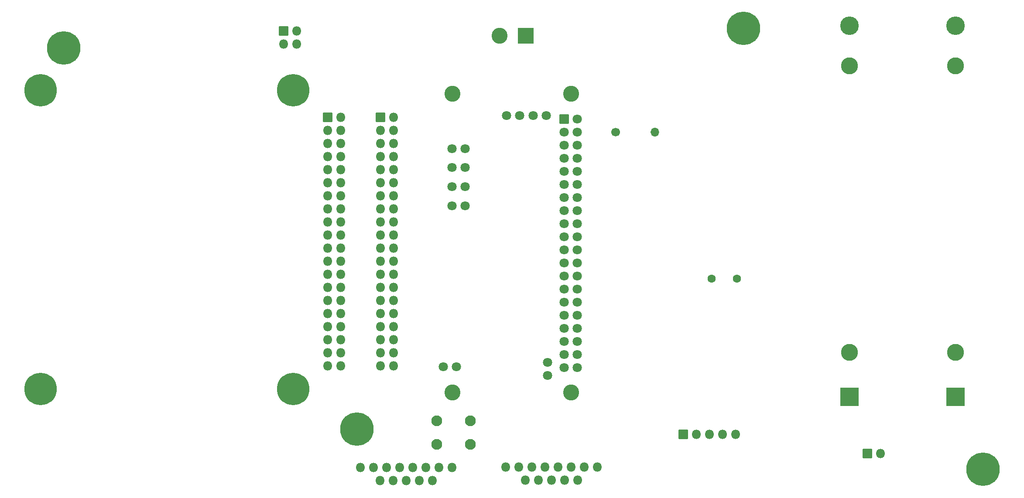
<source format=gbr>
%TF.GenerationSoftware,KiCad,Pcbnew,(7.0.0)*%
%TF.CreationDate,2023-03-30T12:23:11-04:00*%
%TF.ProjectId,headunit_pi4,68656164-756e-4697-945f-7069342e6b69,rev?*%
%TF.SameCoordinates,Original*%
%TF.FileFunction,Soldermask,Bot*%
%TF.FilePolarity,Negative*%
%FSLAX46Y46*%
G04 Gerber Fmt 4.6, Leading zero omitted, Abs format (unit mm)*
G04 Created by KiCad (PCBNEW (7.0.0)) date 2023-03-30 12:23:11*
%MOMM*%
%LPD*%
G01*
G04 APERTURE LIST*
G04 Aperture macros list*
%AMRoundRect*
0 Rectangle with rounded corners*
0 $1 Rounding radius*
0 $2 $3 $4 $5 $6 $7 $8 $9 X,Y pos of 4 corners*
0 Add a 4 corners polygon primitive as box body*
4,1,4,$2,$3,$4,$5,$6,$7,$8,$9,$2,$3,0*
0 Add four circle primitives for the rounded corners*
1,1,$1+$1,$2,$3*
1,1,$1+$1,$4,$5*
1,1,$1+$1,$6,$7*
1,1,$1+$1,$8,$9*
0 Add four rect primitives between the rounded corners*
20,1,$1+$1,$2,$3,$4,$5,0*
20,1,$1+$1,$4,$5,$6,$7,0*
20,1,$1+$1,$6,$7,$8,$9,0*
20,1,$1+$1,$8,$9,$2,$3,0*%
G04 Aperture macros list end*
%ADD10O,1.800000X1.800000*%
%ADD11RoundRect,0.050000X0.850000X-0.850000X0.850000X0.850000X-0.850000X0.850000X-0.850000X-0.850000X0*%
%ADD12C,0.900000*%
%ADD13C,6.500000*%
%ADD14RoundRect,0.050000X1.500000X1.500000X-1.500000X1.500000X-1.500000X-1.500000X1.500000X-1.500000X0*%
%ADD15C,3.100000*%
%ADD16RoundRect,0.050000X-0.850000X-0.850000X0.850000X-0.850000X0.850000X0.850000X-0.850000X0.850000X0*%
%ADD17C,1.700000*%
%ADD18O,1.700000X1.700000*%
%ADD19C,1.600000*%
%ADD20C,6.300000*%
%ADD21C,1.800000*%
%ADD22C,3.600000*%
%ADD23RoundRect,0.050000X1.750000X-1.750000X1.750000X1.750000X-1.750000X1.750000X-1.750000X-1.750000X0*%
%ADD24C,3.300000*%
%ADD25C,2.100000*%
G04 APERTURE END LIST*
D10*
%TO.C,J4*%
X197739999Y-154199999D03*
D11*
X195200000Y-154200000D03*
%TD*%
D12*
%TO.C,H4*%
X96200000Y-147100000D03*
X97897056Y-151197056D03*
X97897056Y-147802944D03*
X98600000Y-149500000D03*
D13*
X96200000Y-149500000D03*
D12*
X96200000Y-151900000D03*
X94502944Y-147802944D03*
X94502944Y-151197056D03*
X93800000Y-149500000D03*
%TD*%
%TO.C,H3*%
X217700000Y-154900000D03*
X219397056Y-158997056D03*
X219397056Y-155602944D03*
X220100000Y-157300000D03*
D13*
X217700000Y-157300000D03*
D12*
X217700000Y-159700000D03*
X216002944Y-155602944D03*
X216002944Y-158997056D03*
X215300000Y-157300000D03*
%TD*%
%TO.C,H2*%
X171200000Y-69300000D03*
X172897056Y-73397056D03*
X172897056Y-70002944D03*
X173600000Y-71700000D03*
D13*
X171200000Y-71700000D03*
D12*
X171200000Y-74100000D03*
X169502944Y-70002944D03*
X169502944Y-73397056D03*
X168800000Y-71700000D03*
%TD*%
%TO.C,H1*%
X39297056Y-73102944D03*
X40994112Y-77200000D03*
X40994112Y-73805888D03*
X41697056Y-75502944D03*
D13*
X39297056Y-75502944D03*
D12*
X39297056Y-77902944D03*
X37600000Y-73805888D03*
X37600000Y-77200000D03*
X36897056Y-75502944D03*
%TD*%
D11*
%TO.C,J8*%
X159500000Y-150500000D03*
D10*
X162039999Y-150499999D03*
X164579999Y-150499999D03*
X167119999Y-150499999D03*
X169659999Y-150499999D03*
%TD*%
D14*
%TO.C,J3*%
X128900000Y-73100000D03*
D15*
X123820000Y-73100000D03*
%TD*%
D16*
%TO.C,J6*%
X100750000Y-88910000D03*
D10*
X103289999Y-88909999D03*
X100749999Y-91449999D03*
X103289999Y-91449999D03*
X100749999Y-93989999D03*
X103289999Y-93989999D03*
X100749999Y-96529999D03*
X103289999Y-96529999D03*
X100749999Y-99069999D03*
X103289999Y-99069999D03*
X100749999Y-101609999D03*
X103289999Y-101609999D03*
X100749999Y-104149999D03*
X103289999Y-104149999D03*
X100749999Y-106689999D03*
X103289999Y-106689999D03*
X100749999Y-109229999D03*
X103289999Y-109229999D03*
X100749999Y-111769999D03*
X103289999Y-111769999D03*
X100749999Y-114309999D03*
X103289999Y-114309999D03*
X100749999Y-116849999D03*
X103289999Y-116849999D03*
X100749999Y-119389999D03*
X103289999Y-119389999D03*
X100749999Y-121929999D03*
X103289999Y-121929999D03*
X100749999Y-124469999D03*
X103289999Y-124469999D03*
X100749999Y-127009999D03*
X103289999Y-127009999D03*
X100749999Y-129549999D03*
X103289999Y-129549999D03*
X100749999Y-132089999D03*
X103289999Y-132089999D03*
X100749999Y-134629999D03*
X103289999Y-134629999D03*
X100749999Y-137169999D03*
X103289999Y-137169999D03*
%TD*%
D16*
%TO.C,J7*%
X90510000Y-88940000D03*
D10*
X93049999Y-88939999D03*
X90509999Y-91479999D03*
X93049999Y-91479999D03*
X90509999Y-94019999D03*
X93049999Y-94019999D03*
X90509999Y-96559999D03*
X93049999Y-96559999D03*
X90509999Y-99099999D03*
X93049999Y-99099999D03*
X90509999Y-101639999D03*
X93049999Y-101639999D03*
X90509999Y-104179999D03*
X93049999Y-104179999D03*
X90509999Y-106719999D03*
X93049999Y-106719999D03*
X90509999Y-109259999D03*
X93049999Y-109259999D03*
X90509999Y-111799999D03*
X93049999Y-111799999D03*
X90509999Y-114339999D03*
X93049999Y-114339999D03*
X90509999Y-116879999D03*
X93049999Y-116879999D03*
X90509999Y-119419999D03*
X93049999Y-119419999D03*
X90509999Y-121959999D03*
X93049999Y-121959999D03*
X90509999Y-124499999D03*
X93049999Y-124499999D03*
X90509999Y-127039999D03*
X93049999Y-127039999D03*
X90509999Y-129579999D03*
X93049999Y-129579999D03*
X90509999Y-132119999D03*
X93049999Y-132119999D03*
X90509999Y-134659999D03*
X93049999Y-134659999D03*
X90509999Y-137199999D03*
X93049999Y-137199999D03*
%TD*%
D17*
%TO.C,R1*%
X146380000Y-91800000D03*
D18*
X153999999Y-91799999D03*
%TD*%
D19*
%TO.C,Y1*%
X169930000Y-120300000D03*
X165050000Y-120300000D03*
%TD*%
D20*
%TO.C,U1*%
X83800000Y-83700000D03*
X83800000Y-141700000D03*
X34800000Y-141700000D03*
X34800000Y-83700000D03*
%TD*%
D10*
%TO.C,J1*%
X110789999Y-159439999D03*
X109519999Y-156899999D03*
X108249999Y-159439999D03*
X106979999Y-156899999D03*
X105709999Y-159439999D03*
X104439999Y-156899999D03*
X103169999Y-159439999D03*
X101899999Y-156899999D03*
X114599999Y-156899999D03*
X112059999Y-156899999D03*
X99359999Y-156899999D03*
X96819999Y-156899999D03*
X100629999Y-159439999D03*
%TD*%
D21*
%TO.C,U4*%
X112945000Y-137400000D03*
X115485000Y-137400000D03*
X130345000Y-88600000D03*
X132885000Y-88600000D03*
X127785000Y-88600000D03*
X125245000Y-88600000D03*
X114645000Y-98700000D03*
X117185000Y-98700000D03*
X114645000Y-95000000D03*
X117185000Y-95000000D03*
X114645000Y-102400000D03*
X117185000Y-102400000D03*
X114645000Y-106100000D03*
X117185000Y-106100000D03*
X133215000Y-136530000D03*
X133215000Y-139070000D03*
X138929000Y-137518000D03*
X136389000Y-137518000D03*
X138929000Y-134978000D03*
X136389000Y-134978000D03*
X138929000Y-132438000D03*
X136389000Y-132438000D03*
X138929000Y-129898000D03*
X136389000Y-129898000D03*
X138929000Y-127358000D03*
X136389000Y-127358000D03*
X138929000Y-124818000D03*
X136389000Y-124818000D03*
X138929000Y-122278000D03*
X136389000Y-122278000D03*
X138929000Y-119738000D03*
X136389000Y-119738000D03*
X138929000Y-117198000D03*
X136365000Y-117180000D03*
X138905000Y-114640000D03*
X136365000Y-114640000D03*
X138905000Y-112100000D03*
X136365000Y-112100000D03*
X138929000Y-109578000D03*
X136389000Y-109578000D03*
X138929000Y-107038000D03*
X136389000Y-107038000D03*
X138929000Y-104498000D03*
X136389000Y-104498000D03*
X138929000Y-101958000D03*
X136389000Y-101958000D03*
X138929000Y-99418000D03*
X136389000Y-99418000D03*
X138929000Y-96878000D03*
X136389000Y-96878000D03*
X138929000Y-94338000D03*
X136389000Y-94338000D03*
X138929000Y-91798000D03*
X136389000Y-91798000D03*
X138929000Y-89258000D03*
D16*
X136389000Y-89258000D03*
D15*
X114715000Y-142400000D03*
X137715000Y-142400000D03*
X114715000Y-84400000D03*
X137715000Y-84400000D03*
%TD*%
D22*
%TO.C,BT1*%
X212350000Y-71200000D03*
D23*
X212350000Y-143200000D03*
D24*
X212350000Y-78945000D03*
X212350000Y-134555000D03*
%TD*%
D16*
%TO.C,J5*%
X81925000Y-72175000D03*
D10*
X84464999Y-72174999D03*
X81924999Y-74714999D03*
X84464999Y-74714999D03*
%TD*%
%TO.C,J2*%
X138979999Y-159379999D03*
X137709999Y-156839999D03*
X136439999Y-159379999D03*
X135169999Y-156839999D03*
X133899999Y-159379999D03*
X132629999Y-156839999D03*
X131359999Y-159379999D03*
X130089999Y-156839999D03*
X142789999Y-156839999D03*
X140249999Y-156839999D03*
X127549999Y-156839999D03*
X125009999Y-156839999D03*
X128819999Y-159379999D03*
%TD*%
D25*
%TO.C,SW1*%
X111700000Y-147900000D03*
X118200000Y-147900000D03*
X111700000Y-152400000D03*
X118200000Y-152400000D03*
%TD*%
D24*
%TO.C,BT2*%
X191750000Y-134555000D03*
X191750000Y-78945000D03*
D23*
X191750000Y-143200000D03*
D22*
X191750000Y-71200000D03*
%TD*%
M02*

</source>
